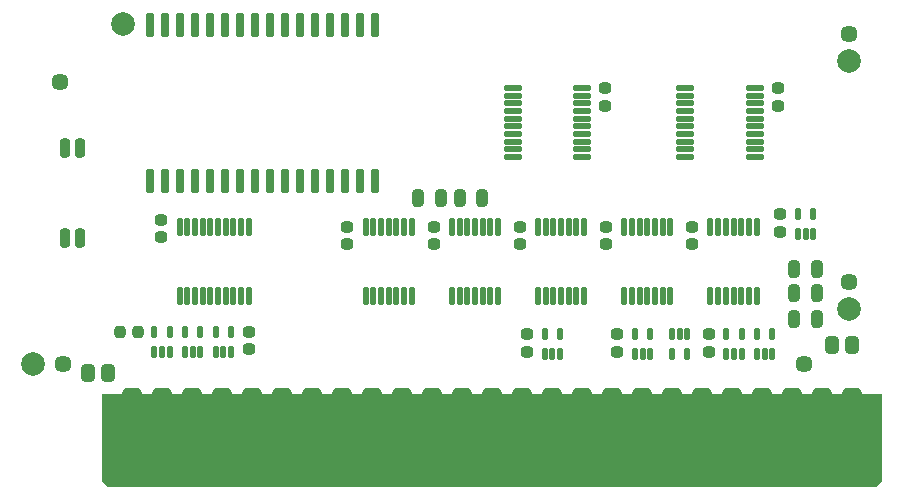
<source format=gts>
G04 #@! TF.GenerationSoftware,KiCad,Pcbnew,7.0.1-0*
G04 #@! TF.CreationDate,2023-11-27T06:39:26-05:00*
G04 #@! TF.ProjectId,RAM128,52414d31-3238-42e6-9b69-6361645f7063,1.1*
G04 #@! TF.SameCoordinates,Original*
G04 #@! TF.FileFunction,Soldermask,Top*
G04 #@! TF.FilePolarity,Negative*
%FSLAX46Y46*%
G04 Gerber Fmt 4.6, Leading zero omitted, Abs format (unit mm)*
G04 Created by KiCad (PCBNEW 7.0.1-0) date 2023-11-27 06:39:26*
%MOMM*%
%LPD*%
G01*
G04 APERTURE LIST*
G04 Aperture macros list*
%AMRoundRect*
0 Rectangle with rounded corners*
0 $1 Rounding radius*
0 $2 $3 $4 $5 $6 $7 $8 $9 X,Y pos of 4 corners*
0 Add a 4 corners polygon primitive as box body*
4,1,4,$2,$3,$4,$5,$6,$7,$8,$9,$2,$3,0*
0 Add four circle primitives for the rounded corners*
1,1,$1+$1,$2,$3*
1,1,$1+$1,$4,$5*
1,1,$1+$1,$6,$7*
1,1,$1+$1,$8,$9*
0 Add four rect primitives between the rounded corners*
20,1,$1+$1,$2,$3,$4,$5,0*
20,1,$1+$1,$4,$5,$6,$7,0*
20,1,$1+$1,$6,$7,$8,$9,0*
20,1,$1+$1,$8,$9,$2,$3,0*%
G04 Aperture macros list end*
%ADD10C,0.000000*%
%ADD11RoundRect,0.457200X0.381000X3.289000X-0.381000X3.289000X-0.381000X-3.289000X0.381000X-3.289000X0*%
%ADD12RoundRect,0.312500X0.262500X0.437500X-0.262500X0.437500X-0.262500X-0.437500X0.262500X-0.437500X0*%
%ADD13C,2.000000*%
%ADD14C,1.448000*%
%ADD15RoundRect,0.262500X-0.262500X0.212500X-0.262500X-0.212500X0.262500X-0.212500X0.262500X0.212500X0*%
%ADD16RoundRect,0.262500X0.212500X0.487500X-0.212500X0.487500X-0.212500X-0.487500X0.212500X-0.487500X0*%
%ADD17RoundRect,0.140000X-0.100000X0.400000X-0.100000X-0.400000X0.100000X-0.400000X0.100000X0.400000X0*%
%ADD18RoundRect,0.136500X-0.612500X-0.112500X0.612500X-0.112500X0.612500X0.112500X-0.612500X0.112500X0*%
%ADD19RoundRect,0.140000X0.100000X-0.400000X0.100000X0.400000X-0.100000X0.400000X-0.100000X-0.400000X0*%
%ADD20RoundRect,0.262500X0.212500X0.262500X-0.212500X0.262500X-0.212500X-0.262500X0.212500X-0.262500X0*%
%ADD21RoundRect,0.136500X0.112500X-0.612500X0.112500X0.612500X-0.112500X0.612500X-0.112500X-0.612500X0*%
%ADD22RoundRect,0.200000X-0.150000X0.802500X-0.150000X-0.802500X0.150000X-0.802500X0.150000X0.802500X0*%
%ADD23RoundRect,0.262500X-0.212500X-0.487500X0.212500X-0.487500X0.212500X0.487500X-0.212500X0.487500X0*%
%ADD24RoundRect,0.240000X0.190000X-0.572000X0.190000X0.572000X-0.190000X0.572000X-0.190000X-0.572000X0*%
G04 APERTURE END LIST*
D10*
G36*
X139700000Y-139446000D02*
G01*
X139192000Y-139954000D01*
X74168000Y-139954000D01*
X73660000Y-139446000D01*
X73660000Y-132080000D01*
X139700000Y-132080000D01*
X139700000Y-139446000D01*
G37*
D11*
X76200000Y-135282000D03*
X78740000Y-135282000D03*
X81280000Y-135282000D03*
X83820000Y-135282000D03*
X86360000Y-135282000D03*
X88900000Y-135282000D03*
X91440000Y-135282000D03*
X93980000Y-135282000D03*
X96520000Y-135282000D03*
X99060000Y-135282000D03*
X101600000Y-135282000D03*
X104140000Y-135282000D03*
X106680000Y-135282000D03*
X109220000Y-135282000D03*
X111760000Y-135282000D03*
X114300000Y-135282000D03*
X116840000Y-135282000D03*
X119380000Y-135282000D03*
X121920000Y-135282000D03*
X124460000Y-135282000D03*
X127000000Y-135282000D03*
X129540000Y-135282000D03*
X132080000Y-135282000D03*
X134620000Y-135282000D03*
X137160000Y-135282000D03*
D12*
X137160000Y-127889000D03*
X135460000Y-127889000D03*
D13*
X136906000Y-103886000D03*
D14*
X70358000Y-129540000D03*
X136906000Y-122555000D03*
D13*
X136906000Y-124841000D03*
D15*
X109600000Y-127000000D03*
X109600000Y-128500000D03*
D16*
X134150000Y-123500000D03*
X132250000Y-123500000D03*
D17*
X123200000Y-127000000D03*
X122550000Y-127000000D03*
X121900000Y-127000000D03*
X121900000Y-128700000D03*
X123200000Y-128700000D03*
D18*
X123000000Y-106150000D03*
X123000000Y-106800000D03*
X123000000Y-107450000D03*
X123000000Y-108100000D03*
X123000000Y-108750000D03*
X123000000Y-109400000D03*
X123000000Y-110050000D03*
X123000000Y-110700000D03*
X123000000Y-111350000D03*
X123000000Y-112000000D03*
X128900000Y-112000000D03*
X128900000Y-111350000D03*
X128900000Y-110700000D03*
X128900000Y-110050000D03*
X128900000Y-109400000D03*
X128900000Y-108750000D03*
X128900000Y-108100000D03*
X128900000Y-107450000D03*
X128900000Y-106800000D03*
X128900000Y-106150000D03*
D19*
X126500000Y-128700000D03*
X127150000Y-128700000D03*
X127800000Y-128700000D03*
X127800000Y-127000000D03*
X126500000Y-127000000D03*
X78050000Y-128500000D03*
X78700000Y-128500000D03*
X79350000Y-128500000D03*
X79350000Y-126800000D03*
X78050000Y-126800000D03*
D15*
X117250000Y-127000000D03*
X117250000Y-128500000D03*
D19*
X111100000Y-128700000D03*
X111750000Y-128700000D03*
X112400000Y-128700000D03*
X112400000Y-127000000D03*
X111100000Y-127000000D03*
X118750000Y-128700000D03*
X119400000Y-128700000D03*
X120050000Y-128700000D03*
X120050000Y-127000000D03*
X118750000Y-127000000D03*
D20*
X76650000Y-126800000D03*
X75150000Y-126800000D03*
D19*
X129100000Y-128700000D03*
X129750000Y-128700000D03*
X130400000Y-128700000D03*
X130400000Y-127000000D03*
X129100000Y-127000000D03*
D21*
X95950000Y-123800000D03*
X96600000Y-123800000D03*
X97250000Y-123800000D03*
X97900000Y-123800000D03*
X98550000Y-123800000D03*
X99200000Y-123800000D03*
X99850000Y-123800000D03*
X99850000Y-117900000D03*
X99200000Y-117900000D03*
X98550000Y-117900000D03*
X97900000Y-117900000D03*
X97250000Y-117900000D03*
X96600000Y-117900000D03*
X95950000Y-117900000D03*
X125150000Y-123800000D03*
X125800000Y-123800000D03*
X126450000Y-123800000D03*
X127100000Y-123800000D03*
X127750000Y-123800000D03*
X128400000Y-123800000D03*
X129050000Y-123800000D03*
X129050000Y-117900000D03*
X128400000Y-117900000D03*
X127750000Y-117900000D03*
X127100000Y-117900000D03*
X126450000Y-117900000D03*
X125800000Y-117900000D03*
X125150000Y-117900000D03*
D15*
X116300000Y-117900000D03*
X116300000Y-119400000D03*
D21*
X117850000Y-123800000D03*
X118500000Y-123800000D03*
X119150000Y-123800000D03*
X119800000Y-123800000D03*
X120450000Y-123800000D03*
X121100000Y-123800000D03*
X121750000Y-123800000D03*
X121750000Y-117900000D03*
X121100000Y-117900000D03*
X120450000Y-117900000D03*
X119800000Y-117900000D03*
X119150000Y-117900000D03*
X118500000Y-117900000D03*
X117850000Y-117900000D03*
D15*
X94400000Y-117900000D03*
X94400000Y-119400000D03*
D21*
X110550000Y-123800000D03*
X111200000Y-123800000D03*
X111850000Y-123800000D03*
X112500000Y-123800000D03*
X113150000Y-123800000D03*
X113800000Y-123800000D03*
X114450000Y-123800000D03*
X114450000Y-117900000D03*
X113800000Y-117900000D03*
X113150000Y-117900000D03*
X112500000Y-117900000D03*
X111850000Y-117900000D03*
X111200000Y-117900000D03*
X110550000Y-117900000D03*
D15*
X101700000Y-117900000D03*
X101700000Y-119400000D03*
D21*
X103250000Y-123800000D03*
X103900000Y-123800000D03*
X104550000Y-123800000D03*
X105200000Y-123800000D03*
X105850000Y-123800000D03*
X106500000Y-123800000D03*
X107150000Y-123800000D03*
X107150000Y-117900000D03*
X106500000Y-117900000D03*
X105850000Y-117900000D03*
X105200000Y-117900000D03*
X104550000Y-117900000D03*
X103900000Y-117900000D03*
X103250000Y-117900000D03*
D15*
X123600000Y-117900000D03*
X123600000Y-119400000D03*
X109000000Y-117900000D03*
X109000000Y-119400000D03*
X125000000Y-127000000D03*
X125000000Y-128500000D03*
D22*
X96774000Y-100838000D03*
X95504000Y-100838000D03*
X94234000Y-100838000D03*
X92964000Y-100838000D03*
X91694000Y-100838000D03*
X90424000Y-100838000D03*
X89154000Y-100838000D03*
X87884000Y-100838000D03*
X86614000Y-100838000D03*
X85344000Y-100838000D03*
X84074000Y-100838000D03*
X82804000Y-100838000D03*
X81534000Y-100838000D03*
X80264000Y-100838000D03*
X78994000Y-100838000D03*
X77724000Y-100838000D03*
X77724000Y-114046000D03*
X78994000Y-114046000D03*
X80264000Y-114046000D03*
X81534000Y-114046000D03*
X82804000Y-114046000D03*
X84074000Y-114046000D03*
X85344000Y-114046000D03*
X86614000Y-114046000D03*
X87884000Y-114046000D03*
X89154000Y-114046000D03*
X90424000Y-114046000D03*
X91694000Y-114046000D03*
X92964000Y-114046000D03*
X94234000Y-114046000D03*
X95504000Y-114046000D03*
X96774000Y-114046000D03*
D23*
X100400000Y-115450000D03*
X102300000Y-115450000D03*
D18*
X108400000Y-106150000D03*
X108400000Y-106800000D03*
X108400000Y-107450000D03*
X108400000Y-108100000D03*
X108400000Y-108750000D03*
X108400000Y-109400000D03*
X108400000Y-110050000D03*
X108400000Y-110700000D03*
X108400000Y-111350000D03*
X108400000Y-112000000D03*
X114300000Y-112000000D03*
X114300000Y-111350000D03*
X114300000Y-110700000D03*
X114300000Y-110050000D03*
X114300000Y-109400000D03*
X114300000Y-108750000D03*
X114300000Y-108100000D03*
X114300000Y-107450000D03*
X114300000Y-106800000D03*
X114300000Y-106150000D03*
D15*
X116250000Y-106150000D03*
X116250000Y-107650000D03*
X130850000Y-106150000D03*
X130850000Y-107650000D03*
D13*
X67818000Y-129540000D03*
X75438000Y-100711000D03*
D21*
X80200000Y-123800000D03*
X80850000Y-123800000D03*
X81500000Y-123800000D03*
X82150000Y-123800000D03*
X82800000Y-123800000D03*
X83450000Y-123800000D03*
X84100000Y-123800000D03*
X84750000Y-123800000D03*
X85400000Y-123800000D03*
X86050000Y-123800000D03*
X86050000Y-117900000D03*
X85400000Y-117900000D03*
X84750000Y-117900000D03*
X84100000Y-117900000D03*
X83450000Y-117900000D03*
X82800000Y-117900000D03*
X82150000Y-117900000D03*
X81500000Y-117900000D03*
X80850000Y-117900000D03*
X80200000Y-117900000D03*
D12*
X74150000Y-130300000D03*
X72450000Y-130300000D03*
D19*
X80650000Y-128500000D03*
X81300000Y-128500000D03*
X81950000Y-128500000D03*
X81950000Y-126800000D03*
X80650000Y-126800000D03*
X83250000Y-128500000D03*
X83900000Y-128500000D03*
X84550000Y-128500000D03*
X84550000Y-126800000D03*
X83250000Y-126800000D03*
D15*
X86050000Y-126800000D03*
X86050000Y-128300000D03*
X78600000Y-117300000D03*
X78600000Y-118800000D03*
D14*
X133096000Y-129540000D03*
D19*
X132550000Y-118550000D03*
X133200000Y-118550000D03*
X133850000Y-118550000D03*
X133850000Y-116850000D03*
X132550000Y-116850000D03*
D15*
X131050000Y-116850000D03*
X131050000Y-118350000D03*
D16*
X134150000Y-125700000D03*
X132250000Y-125700000D03*
X105800000Y-115450000D03*
X103900000Y-115450000D03*
D14*
X136906000Y-101600000D03*
D23*
X132250000Y-121500000D03*
X134150000Y-121500000D03*
D14*
X70104000Y-105664000D03*
D24*
X70485000Y-118872000D03*
X71755000Y-118872000D03*
X71755000Y-111252000D03*
X70485000Y-111252000D03*
M02*

</source>
